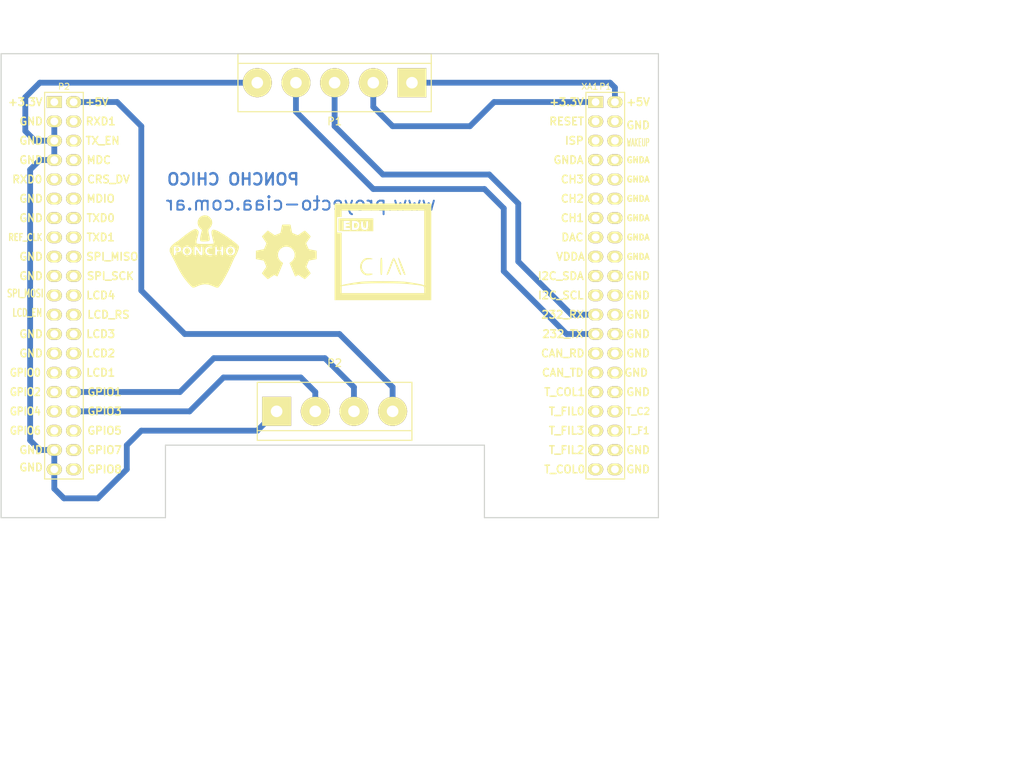
<source format=kicad_pcb>
(kicad_pcb (version 4) (host pcbnew "(2015-08-26 BZR 6128)-product")

  (general
    (links 13)
    (no_connects 0)
    (area 97.714999 67.234999 184.225001 128.345001)
    (thickness 1.6)
    (drawings 14)
    (tracks 61)
    (zones 0)
    (modules 6)
    (nets 9)
  )

  (page A4)
  (title_block
    (title "Poncho Chico - Modelo - Ejemplo - Template")
    (date 2015-10-02)
    (rev 1.0)
    (company "Proyecto CIAA - COMPUTADORA INDUSTRIAL ABIERTA ARGENTINA")
    (comment 1 "Autores: Ver '../doc/CAMBIOS.txt'   Licencia: Ver '../doc/LICENCIA.txt'")
    (comment 2 https://github.com/ciaa/Ponchos/tree/master/modelos/doc)
    (comment 3 "Autores y Licencia del template")
  )

  (layers
    (0 F.Cu signal)
    (31 B.Cu signal)
    (32 B.Adhes user)
    (33 F.Adhes user)
    (34 B.Paste user)
    (35 F.Paste user)
    (36 B.SilkS user)
    (37 F.SilkS user)
    (38 B.Mask user)
    (39 F.Mask user)
    (40 Dwgs.User user)
    (41 Cmts.User user)
    (42 Eco1.User user)
    (43 Eco2.User user)
    (44 Edge.Cuts user)
    (45 Margin user)
    (46 B.CrtYd user)
    (47 F.CrtYd user)
    (48 B.Fab user)
    (49 F.Fab user)
  )

  (setup
    (last_trace_width 0.381)
    (user_trace_width 0.508)
    (user_trace_width 0.635)
    (user_trace_width 0.762)
    (user_trace_width 1.016)
    (user_trace_width 1.27)
    (user_trace_width 1.524)
    (trace_clearance 0.508)
    (zone_clearance 0.508)
    (zone_45_only no)
    (trace_min 0.2)
    (segment_width 0.2)
    (edge_width 0.15)
    (via_size 0.6)
    (via_drill 0.4)
    (via_min_size 0.4)
    (via_min_drill 0.3)
    (uvia_size 0.3)
    (uvia_drill 0.1)
    (uvias_allowed no)
    (uvia_min_size 0)
    (uvia_min_drill 0)
    (pcb_text_width 0.3)
    (pcb_text_size 1.5 1.5)
    (mod_edge_width 0.15)
    (mod_text_size 0.000001 0.000001)
    (mod_text_width 0.15)
    (pad_size 1.4 1.4)
    (pad_drill 0.6)
    (pad_to_mask_clearance 0.2)
    (aux_axis_origin 0 0)
    (visible_elements 7FFEFF7F)
    (pcbplotparams
      (layerselection 0x00020_80000000)
      (usegerberextensions false)
      (excludeedgelayer false)
      (linewidth 0.100000)
      (plotframeref false)
      (viasonmask false)
      (mode 1)
      (useauxorigin false)
      (hpglpennumber 1)
      (hpglpenspeed 20)
      (hpglpendiameter 15)
      (hpglpenoverlay 2)
      (psnegative false)
      (psa4output false)
      (plotreference true)
      (plotvalue false)
      (plotinvisibletext false)
      (padsonsilk false)
      (subtractmaskfromsilk false)
      (outputformat 1)
      (mirror false)
      (drillshape 0)
      (scaleselection 1)
      (outputdirectory ""))
  )

  (net 0 "")
  (net 1 +3.3V)
  (net 2 "Net-(P1-Pad3)")
  (net 3 +5V)
  (net 4 "Net-(P1-Pad4)")
  (net 5 GND)
  (net 6 "Net-(P2-Pad2)")
  (net 7 "Net-(P2-Pad3)")
  (net 8 +5VP)

  (net_class Default "This is the default net class."
    (clearance 0.508)
    (trace_width 0.381)
    (via_dia 0.6)
    (via_drill 0.4)
    (uvia_dia 0.3)
    (uvia_drill 0.1)
    (add_net +3.3V)
    (add_net +5V)
    (add_net +5VP)
    (add_net GND)
    (add_net "Net-(P1-Pad3)")
    (add_net "Net-(P1-Pad4)")
    (add_net "Net-(P2-Pad2)")
    (add_net "Net-(P2-Pad3)")
  )

  (module Poncho_Modelos:bornier5 (layer F.Cu) (tedit 0) (tstamp 560EDCAD)
    (at 141.605 71.12 180)
    (descr "Bornier d'alimentation 4 pins")
    (tags DEV)
    (path /560ED139)
    (fp_text reference P1 (at 0 -5.08 180) (layer F.SilkS)
      (effects (font (size 1 1) (thickness 0.15)))
    )
    (fp_text value CONN_5 (at 0 5.08 180) (layer F.Fab)
      (effects (font (size 1 1) (thickness 0.15)))
    )
    (fp_line (start -12.7 3.81) (end 12.7 3.81) (layer F.SilkS) (width 0.15))
    (fp_line (start -12.7 2.54) (end 12.7 2.54) (layer F.SilkS) (width 0.15))
    (fp_line (start -12.7 -3.81) (end 12.7 -3.81) (layer F.SilkS) (width 0.15))
    (fp_line (start 12.7 -3.81) (end 12.7 3.81) (layer F.SilkS) (width 0.15))
    (fp_line (start -12.7 -3.81) (end -12.7 3.81) (layer F.SilkS) (width 0.15))
    (pad 2 thru_hole circle (at -5.08 0 180) (size 3.81 3.81) (drill 1.524) (layers *.Cu *.Mask F.SilkS)
      (net 1 +3.3V))
    (pad 3 thru_hole circle (at 0 0 180) (size 3.81 3.81) (drill 1.524) (layers *.Cu *.Mask F.SilkS)
      (net 2 "Net-(P1-Pad3)"))
    (pad 1 thru_hole rect (at -10.16 0 180) (size 3.81 3.81) (drill 1.524) (layers *.Cu *.Mask F.SilkS)
      (net 3 +5V))
    (pad 4 thru_hole circle (at 5.08 0 180) (size 3.81 3.81) (drill 1.524) (layers *.Cu *.Mask F.SilkS)
      (net 4 "Net-(P1-Pad4)"))
    (pad 5 thru_hole circle (at 10.16 0 180) (size 3.81 3.81) (drill 1.524) (layers *.Cu *.Mask F.SilkS)
      (net 5 GND))
    (model Connect.3dshapes/bornier5.wrl
      (at (xyz 0 0 0))
      (scale (xyz 1 1 1))
      (rotate (xyz 0 0 0))
    )
  )

  (module Poncho_Modelos:bornier4 (layer F.Cu) (tedit 0) (tstamp 560EDCBA)
    (at 141.605 114.3)
    (descr "Bornier d'alimentation 4 pins")
    (tags DEV)
    (path /560ED17A)
    (fp_text reference P2 (at 0 -6.35) (layer F.SilkS)
      (effects (font (size 1 1) (thickness 0.15)))
    )
    (fp_text value CONN_4 (at 0 5.08) (layer F.Fab)
      (effects (font (size 1 1) (thickness 0.15)))
    )
    (fp_line (start -10.16 -3.81) (end -10.16 3.81) (layer F.SilkS) (width 0.15))
    (fp_line (start 10.16 3.81) (end 10.16 -3.81) (layer F.SilkS) (width 0.15))
    (fp_line (start 10.16 2.54) (end -10.16 2.54) (layer F.SilkS) (width 0.15))
    (fp_line (start -10.16 -3.81) (end 10.16 -3.81) (layer F.SilkS) (width 0.15))
    (fp_line (start -10.16 3.81) (end 10.16 3.81) (layer F.SilkS) (width 0.15))
    (pad 2 thru_hole circle (at -2.54 0) (size 3.81 3.81) (drill 1.524) (layers *.Cu *.Mask F.SilkS)
      (net 6 "Net-(P2-Pad2)"))
    (pad 3 thru_hole circle (at 2.54 0) (size 3.81 3.81) (drill 1.524) (layers *.Cu *.Mask F.SilkS)
      (net 7 "Net-(P2-Pad3)"))
    (pad 1 thru_hole rect (at -7.62 0) (size 3.81 3.81) (drill 1.524) (layers *.Cu *.Mask F.SilkS)
      (net 5 GND))
    (pad 4 thru_hole circle (at 7.62 0) (size 3.81 3.81) (drill 1.524) (layers *.Cu *.Mask F.SilkS)
      (net 8 +5VP))
    (model Connect.3dshapes/bornier4.wrl
      (at (xyz 0 0 0))
      (scale (xyz 1 1 1))
      (rotate (xyz 0 0 0))
    )
  )

  (module Poncho_Esqueleto:Conn_Poncho_Chico (layer F.Cu) (tedit 560EB40B) (tstamp 560EDD6D)
    (at 175.895 73.66)
    (tags "CONN Poncho")
    (path /560E549A)
    (fp_text reference XA1 (at -0.762 -2.032) (layer F.SilkS)
      (effects (font (size 0.8 0.8) (thickness 0.12)))
    )
    (fp_text value Conn_PonchoMP_2x_20x2 (at -1.905 51.181) (layer F.SilkS) hide
      (effects (font (size 1.016 1.016) (thickness 0.2032)))
    )
    (fp_line (start -78.105 54.61) (end -78.105 -6.35) (layer Dwgs.User) (width 0.15))
    (fp_line (start 8.255 54.61) (end 8.255 -6.35) (layer Dwgs.User) (width 0.15))
    (fp_line (start 8.255 -6.35) (end -78.105 -6.35) (layer Dwgs.User) (width 0.15))
    (fp_line (start 8.255 54.61) (end -78.105 54.61) (layer Dwgs.User) (width 0.15))
    (fp_text user GPIO8 (at -64.516 48.26) (layer F.SilkS)
      (effects (font (size 1 1) (thickness 0.2)))
    )
    (fp_text user GPIO7 (at -64.516 45.72) (layer F.SilkS)
      (effects (font (size 1 1) (thickness 0.2)))
    )
    (fp_text user GPIO5 (at -64.516 43.18) (layer F.SilkS)
      (effects (font (size 1 1) (thickness 0.2)))
    )
    (fp_text user GPIO3 (at -64.516 40.64) (layer F.SilkS)
      (effects (font (size 1 1) (thickness 0.2)))
    )
    (fp_text user GPIO1 (at -64.516 38.1) (layer F.SilkS)
      (effects (font (size 1 1) (thickness 0.2)))
    )
    (fp_text user LCD1 (at -65.024 35.56) (layer F.SilkS)
      (effects (font (size 1 1) (thickness 0.2)))
    )
    (fp_text user LCD2 (at -65.024 33.02) (layer F.SilkS)
      (effects (font (size 1 1) (thickness 0.2)))
    )
    (fp_text user LCD3 (at -65.024 30.48) (layer F.SilkS)
      (effects (font (size 1 1) (thickness 0.2)))
    )
    (fp_text user LCD_RS (at -64.008 27.94) (layer F.SilkS)
      (effects (font (size 1 1) (thickness 0.2)))
    )
    (fp_text user LCD4 (at -65.024 25.4) (layer F.SilkS)
      (effects (font (size 1 1) (thickness 0.2)))
    )
    (fp_text user SPI_SCK (at -63.754 22.86) (layer F.SilkS)
      (effects (font (size 1 1) (thickness 0.2)))
    )
    (fp_text user SPI_MISO (at -63.5 20.32) (layer F.SilkS)
      (effects (font (size 1 1) (thickness 0.2)))
    )
    (fp_text user TXD1 (at -65.024 17.78) (layer F.SilkS)
      (effects (font (size 1 1) (thickness 0.2)))
    )
    (fp_text user TXD0 (at -65.024 15.24) (layer F.SilkS)
      (effects (font (size 1 1) (thickness 0.2)))
    )
    (fp_text user MDIO (at -65.024 12.7) (layer F.SilkS)
      (effects (font (size 1 1) (thickness 0.2)))
    )
    (fp_text user CRS_DV (at -64.008 10.16) (layer F.SilkS)
      (effects (font (size 1 1) (thickness 0.2)))
    )
    (fp_text user MDC (at -65.278 7.62) (layer F.SilkS)
      (effects (font (size 1 1) (thickness 0.2)))
    )
    (fp_text user TX_EN (at -64.77 5.08) (layer F.SilkS)
      (effects (font (size 1 1) (thickness 0.2)))
    )
    (fp_text user RXD1 (at -65.024 2.54) (layer F.SilkS)
      (effects (font (size 1 1) (thickness 0.2)))
    )
    (fp_text user +5V (at -65.532 0) (layer F.SilkS)
      (effects (font (size 1 1) (thickness 0.2)))
    )
    (fp_text user GND (at -74.168 48.006) (layer F.SilkS)
      (effects (font (size 1 1) (thickness 0.2)))
    )
    (fp_text user GND (at -74.168 45.72) (layer F.SilkS)
      (effects (font (size 1 1) (thickness 0.2)))
    )
    (fp_text user GPIO6 (at -74.93 43.18) (layer F.SilkS)
      (effects (font (size 1 0.9) (thickness 0.2)))
    )
    (fp_text user GPIO4 (at -74.93 40.64) (layer F.SilkS)
      (effects (font (size 1 0.9) (thickness 0.2)))
    )
    (fp_text user GPIO2 (at -74.93 38.1) (layer F.SilkS)
      (effects (font (size 1 0.9) (thickness 0.2)))
    )
    (fp_text user GPIO0 (at -74.93 35.56) (layer F.SilkS)
      (effects (font (size 1 0.9) (thickness 0.2)))
    )
    (fp_text user GND (at -74.168 33.02) (layer F.SilkS)
      (effects (font (size 1 1) (thickness 0.2)))
    )
    (fp_text user GND (at -74.168 30.48) (layer F.SilkS)
      (effects (font (size 1 1) (thickness 0.2)))
    )
    (fp_text user LCD_EN (at -74.676 27.686) (layer F.SilkS)
      (effects (font (size 1 0.7) (thickness 0.17)))
    )
    (fp_text user SPI_MOSI (at -74.93 25.146) (layer F.SilkS)
      (effects (font (size 1 0.7) (thickness 0.17)))
    )
    (fp_text user GND (at -74.168 22.86) (layer F.SilkS)
      (effects (font (size 1 1) (thickness 0.2)))
    )
    (fp_text user GND (at -74.168 20.32) (layer F.SilkS)
      (effects (font (size 1 1) (thickness 0.2)))
    )
    (fp_text user REF_CLK (at -74.93 17.78) (layer F.SilkS)
      (effects (font (size 0.9 0.7) (thickness 0.175)))
    )
    (fp_text user GND (at -74.168 15.24) (layer F.SilkS)
      (effects (font (size 1 1) (thickness 0.2)))
    )
    (fp_text user GND (at -74.168 12.7) (layer F.SilkS)
      (effects (font (size 1 1) (thickness 0.2)))
    )
    (fp_text user GND (at -74.168 7.62) (layer F.SilkS)
      (effects (font (size 1 1) (thickness 0.2)))
    )
    (fp_text user RXD0 (at -74.676 10.16) (layer F.SilkS)
      (effects (font (size 1 1) (thickness 0.2)))
    )
    (fp_text user GND (at -74.168 5.08) (layer F.SilkS)
      (effects (font (size 1 1) (thickness 0.2)))
    )
    (fp_text user GND (at -74.168 2.54) (layer F.SilkS)
      (effects (font (size 1 1) (thickness 0.2)))
    )
    (fp_text user +3.3V (at -74.93 0) (layer F.SilkS)
      (effects (font (size 1 1) (thickness 0.2)))
    )
    (fp_text user GND (at 5.588 48.26) (layer F.SilkS)
      (effects (font (size 1 1) (thickness 0.2)))
    )
    (fp_text user GND (at 5.588 45.72) (layer F.SilkS)
      (effects (font (size 1 1) (thickness 0.2)))
    )
    (fp_text user T_F1 (at 5.588 43.18) (layer F.SilkS)
      (effects (font (size 0.9 0.9) (thickness 0.18)))
    )
    (fp_text user T_C2 (at 5.588 40.64) (layer F.SilkS)
      (effects (font (size 0.9 0.9) (thickness 0.18)))
    )
    (fp_text user GND (at 5.588 38.1) (layer F.SilkS)
      (effects (font (size 1 1) (thickness 0.2)))
    )
    (fp_text user GND (at 5.334 35.56) (layer F.SilkS)
      (effects (font (size 1 1) (thickness 0.2)))
    )
    (fp_text user GND (at 5.588 33.02) (layer F.SilkS)
      (effects (font (size 1 1) (thickness 0.2)))
    )
    (fp_text user GND (at 5.588 30.48) (layer F.SilkS)
      (effects (font (size 1 1) (thickness 0.2)))
    )
    (fp_text user GND (at 5.588 27.94) (layer F.SilkS)
      (effects (font (size 1 1) (thickness 0.2)))
    )
    (fp_text user GND (at 5.588 25.4) (layer F.SilkS)
      (effects (font (size 1 1) (thickness 0.2)))
    )
    (fp_text user GND (at 5.588 22.86) (layer F.SilkS)
      (effects (font (size 1 1) (thickness 0.2)))
    )
    (fp_text user GNDA (at 5.588 20.32) (layer F.SilkS)
      (effects (font (size 0.76 0.76) (thickness 0.19)))
    )
    (fp_text user GNDA (at 5.588 17.78) (layer F.SilkS)
      (effects (font (size 0.76 0.76) (thickness 0.19)))
    )
    (fp_text user GNDA (at 5.588 15.24) (layer F.SilkS)
      (effects (font (size 0.76 0.76) (thickness 0.19)))
    )
    (fp_text user GNDA (at 5.588 12.7) (layer F.SilkS)
      (effects (font (size 0.76 0.76) (thickness 0.19)))
    )
    (fp_text user GNDA (at 5.588 10.16) (layer F.SilkS)
      (effects (font (size 0.76 0.76) (thickness 0.19)))
    )
    (fp_text user GNDA (at 5.588 7.62) (layer F.SilkS)
      (effects (font (size 0.76 0.76) (thickness 0.19)))
    )
    (fp_text user WAKEUP (at 5.588 5.334) (layer F.SilkS)
      (effects (font (size 1 0.5) (thickness 0.125)))
    )
    (fp_text user GND (at 5.588 3.048) (layer F.SilkS)
      (effects (font (size 1 1) (thickness 0.2)))
    )
    (fp_text user +5V (at 5.588 0) (layer F.SilkS)
      (effects (font (size 1 1) (thickness 0.2)))
    )
    (fp_text user T_COL0 (at -4.064 48.26) (layer F.SilkS)
      (effects (font (size 1 1) (thickness 0.2)))
    )
    (fp_text user T_FIL2 (at -3.81 45.72) (layer F.SilkS)
      (effects (font (size 1 1) (thickness 0.2)))
    )
    (fp_text user T_FIL3 (at -3.81 43.18) (layer F.SilkS)
      (effects (font (size 1 1) (thickness 0.2)))
    )
    (fp_text user T_FIL0 (at -3.81 40.64) (layer F.SilkS)
      (effects (font (size 1 1) (thickness 0.2)))
    )
    (fp_text user T_COL1 (at -4.064 38.1) (layer F.SilkS)
      (effects (font (size 1 1) (thickness 0.2)))
    )
    (fp_text user CAN_TD (at -4.318 35.56) (layer F.SilkS)
      (effects (font (size 1 1) (thickness 0.2)))
    )
    (fp_text user CAN_RD (at -4.318 33.02) (layer F.SilkS)
      (effects (font (size 1 1) (thickness 0.2)))
    )
    (fp_text user 232_TX (at -4.318 30.48) (layer F.SilkS)
      (effects (font (size 1 1) (thickness 0.2)))
    )
    (fp_text user 232_RX (at -4.318 27.94) (layer F.SilkS)
      (effects (font (size 1 1) (thickness 0.2)))
    )
    (fp_text user I2C_SCL (at -4.572 25.4) (layer F.SilkS)
      (effects (font (size 1 1) (thickness 0.2)))
    )
    (fp_text user I2C_SDA (at -4.572 22.86) (layer F.SilkS)
      (effects (font (size 1 1) (thickness 0.2)))
    )
    (fp_text user VDDA (at -3.302 20.32) (layer F.SilkS)
      (effects (font (size 1 1) (thickness 0.2)))
    )
    (fp_text user DAC (at -3.048 17.78) (layer F.SilkS)
      (effects (font (size 1 1) (thickness 0.2)))
    )
    (fp_text user CH1 (at -3.048 15.24) (layer F.SilkS)
      (effects (font (size 1 1) (thickness 0.2)))
    )
    (fp_text user CH2 (at -3.048 12.7) (layer F.SilkS)
      (effects (font (size 1 1) (thickness 0.2)))
    )
    (fp_text user CH3 (at -3.048 10.16) (layer F.SilkS)
      (effects (font (size 1 1) (thickness 0.2)))
    )
    (fp_text user GNDA (at -3.556 7.62) (layer F.SilkS)
      (effects (font (size 1 1) (thickness 0.2)))
    )
    (fp_text user ISP (at -2.794 5.08) (layer F.SilkS)
      (effects (font (size 1 1) (thickness 0.2)))
    )
    (fp_text user RESET (at -3.81 2.54) (layer F.SilkS)
      (effects (font (size 1 1) (thickness 0.2)))
    )
    (fp_text user P2 (at -69.85 -2.032) (layer F.SilkS)
      (effects (font (size 0.8 0.8) (thickness 0.12)))
    )
    (fp_text user P1 (at 1.27 -2.032) (layer F.SilkS)
      (effects (font (size 0.8 0.8) (thickness 0.12)))
    )
    (fp_text user +3.3V (at -3.81 0) (layer F.SilkS)
      (effects (font (size 1 1) (thickness 0.2)))
    )
    (fp_line (start -72.39 0) (end -72.39 -1.27) (layer F.SilkS) (width 0.15))
    (fp_line (start -72.39 -1.27) (end -67.31 -1.27) (layer F.SilkS) (width 0.15))
    (fp_line (start -67.31 -1.27) (end -67.31 49.53) (layer F.SilkS) (width 0.15))
    (fp_line (start -67.31 49.53) (end -72.39 49.53) (layer F.SilkS) (width 0.15))
    (fp_line (start -72.39 49.53) (end -72.39 0) (layer F.SilkS) (width 0.15))
    (fp_line (start -1.27 49.53) (end -1.27 -1.27) (layer F.SilkS) (width 0.15))
    (fp_line (start 3.81 49.53) (end 3.81 -1.27) (layer F.SilkS) (width 0.15))
    (fp_line (start 3.81 49.53) (end -1.27 49.53) (layer F.SilkS) (width 0.15))
    (fp_line (start 3.81 -1.27) (end -1.27 -1.27) (layer F.SilkS) (width 0.15))
    (pad 1 thru_hole rect (at 0 0 270) (size 1.524 2) (drill 1.016) (layers *.Cu *.Mask F.SilkS)
      (net 1 +3.3V))
    (pad 2 thru_hole oval (at 2.54 0 270) (size 1.524 2) (drill 1.016) (layers *.Cu *.Mask F.SilkS)
      (net 3 +5V))
    (pad 11 thru_hole oval (at 0 12.7 270) (size 1.524 2) (drill 1.016) (layers *.Cu *.Mask F.SilkS))
    (pad 4 thru_hole oval (at 2.54 2.54 270) (size 1.524 2) (drill 1.016) (layers *.Cu *.Mask F.SilkS))
    (pad 13 thru_hole oval (at 0 15.24 270) (size 1.524 2) (drill 1.016) (layers *.Cu *.Mask F.SilkS))
    (pad 6 thru_hole oval (at 2.54 5.08 270) (size 1.524 2) (drill 1.016) (layers *.Cu *.Mask F.SilkS))
    (pad 15 thru_hole oval (at 0 17.78 270) (size 1.524 2) (drill 1.016) (layers *.Cu *.Mask F.SilkS))
    (pad 8 thru_hole oval (at 2.54 7.62 270) (size 1.524 2) (drill 1.016) (layers *.Cu *.Mask F.SilkS))
    (pad 17 thru_hole oval (at 0 20.32 270) (size 1.524 2) (drill 1.016) (layers *.Cu *.Mask F.SilkS))
    (pad 10 thru_hole oval (at 2.54 10.16 270) (size 1.524 2) (drill 1.016) (layers *.Cu *.Mask F.SilkS))
    (pad 19 thru_hole oval (at 0 22.86 270) (size 1.524 2) (drill 1.016) (layers *.Cu *.Mask F.SilkS))
    (pad 12 thru_hole oval (at 2.54 12.7 270) (size 1.524 2) (drill 1.016) (layers *.Cu *.Mask F.SilkS))
    (pad 21 thru_hole oval (at 0 25.4 270) (size 1.524 2) (drill 1.016) (layers *.Cu *.Mask F.SilkS))
    (pad 14 thru_hole oval (at 2.54 15.24 270) (size 1.524 2) (drill 1.016) (layers *.Cu *.Mask F.SilkS))
    (pad 23 thru_hole oval (at 0 27.94 270) (size 1.524 2) (drill 1.016) (layers *.Cu *.Mask F.SilkS)
      (net 2 "Net-(P1-Pad3)"))
    (pad 16 thru_hole oval (at 2.54 17.78 270) (size 1.524 2) (drill 1.016) (layers *.Cu *.Mask F.SilkS))
    (pad 25 thru_hole oval (at 0 30.48 270) (size 1.524 2) (drill 1.016) (layers *.Cu *.Mask F.SilkS)
      (net 4 "Net-(P1-Pad4)"))
    (pad 18 thru_hole oval (at 2.54 20.32 270) (size 1.524 2) (drill 1.016) (layers *.Cu *.Mask F.SilkS))
    (pad 27 thru_hole oval (at 0 33.02 270) (size 1.524 2) (drill 1.016) (layers *.Cu *.Mask F.SilkS))
    (pad 20 thru_hole oval (at 2.54 22.86 270) (size 1.524 2) (drill 1.016) (layers *.Cu *.Mask F.SilkS))
    (pad 29 thru_hole oval (at 0 35.56 270) (size 1.524 2) (drill 1.016) (layers *.Cu *.Mask F.SilkS))
    (pad 22 thru_hole oval (at 2.54 25.4 270) (size 1.524 2) (drill 1.016) (layers *.Cu *.Mask F.SilkS))
    (pad 31 thru_hole oval (at 0 38.1 270) (size 1.524 2) (drill 1.016) (layers *.Cu *.Mask F.SilkS))
    (pad 24 thru_hole oval (at 2.54 27.94 270) (size 1.524 2) (drill 1.016) (layers *.Cu *.Mask F.SilkS))
    (pad 26 thru_hole oval (at 2.54 30.48 270) (size 1.524 2) (drill 1.016) (layers *.Cu *.Mask F.SilkS))
    (pad 33 thru_hole oval (at 0 40.64 270) (size 1.524 2) (drill 1.016) (layers *.Cu *.Mask F.SilkS))
    (pad 28 thru_hole oval (at 2.54 33.02 270) (size 1.524 2) (drill 1.016) (layers *.Cu *.Mask F.SilkS))
    (pad 32 thru_hole oval (at 2.54 38.1 270) (size 1.524 2) (drill 1.016) (layers *.Cu *.Mask F.SilkS))
    (pad 34 thru_hole oval (at 2.54 40.64 270) (size 1.524 2) (drill 1.016) (layers *.Cu *.Mask F.SilkS))
    (pad 36 thru_hole oval (at 2.54 43.18 270) (size 1.524 2) (drill 1.016) (layers *.Cu *.Mask F.SilkS))
    (pad 38 thru_hole oval (at 2.54 45.72 270) (size 1.524 2) (drill 1.016) (layers *.Cu *.Mask F.SilkS))
    (pad 35 thru_hole oval (at 0 43.18 270) (size 1.524 2) (drill 1.016) (layers *.Cu *.Mask F.SilkS))
    (pad 37 thru_hole oval (at 0 45.72 270) (size 1.524 2) (drill 1.016) (layers *.Cu *.Mask F.SilkS))
    (pad 3 thru_hole oval (at 0 2.54 270) (size 1.524 2) (drill 1.016) (layers *.Cu *.Mask F.SilkS))
    (pad 5 thru_hole oval (at 0 5.08 270) (size 1.524 2) (drill 1.016) (layers *.Cu *.Mask F.SilkS))
    (pad 7 thru_hole oval (at 0 7.62 270) (size 1.524 2) (drill 1.016) (layers *.Cu *.Mask F.SilkS))
    (pad 9 thru_hole oval (at 0 10.16 270) (size 1.524 2) (drill 1.016) (layers *.Cu *.Mask F.SilkS))
    (pad 39 thru_hole oval (at 0 48.26 270) (size 1.524 2) (drill 1.016) (layers *.Cu *.Mask F.SilkS))
    (pad 40 thru_hole oval (at 2.54 48.26 270) (size 1.524 2) (drill 1.016) (layers *.Cu *.Mask F.SilkS))
    (pad 30 thru_hole oval (at 2.54 35.56 270) (size 1.524 2) (drill 1.016) (layers *.Cu *.Mask F.SilkS))
    (pad 41 thru_hole rect (at -71.12 0 270) (size 1.524 2) (drill 1.016) (layers *.Cu *.Mask F.SilkS))
    (pad 42 thru_hole oval (at -68.58 0 270) (size 1.524 2) (drill 1.016) (layers *.Cu *.Mask F.SilkS)
      (net 8 +5VP))
    (pad 43 thru_hole oval (at -71.12 2.54 270) (size 1.524 2) (drill 1.016) (layers *.Cu *.Mask F.SilkS)
      (net 5 GND))
    (pad 44 thru_hole oval (at -68.58 2.54 270) (size 1.524 2) (drill 1.016) (layers *.Cu *.Mask F.SilkS))
    (pad 45 thru_hole oval (at -71.12 5.08 270) (size 1.524 2) (drill 1.016) (layers *.Cu *.Mask F.SilkS)
      (net 5 GND))
    (pad 46 thru_hole oval (at -68.58 5.08 270) (size 1.524 2) (drill 1.016) (layers *.Cu *.Mask F.SilkS))
    (pad 47 thru_hole oval (at -71.12 7.62 270) (size 1.524 2) (drill 1.016) (layers *.Cu *.Mask F.SilkS)
      (net 5 GND))
    (pad 48 thru_hole oval (at -68.58 7.62 270) (size 1.524 2) (drill 1.016) (layers *.Cu *.Mask F.SilkS))
    (pad 49 thru_hole oval (at -71.12 10.16 270) (size 1.524 2) (drill 1.016) (layers *.Cu *.Mask F.SilkS))
    (pad 50 thru_hole oval (at -68.58 10.16 270) (size 1.524 2) (drill 1.016) (layers *.Cu *.Mask F.SilkS))
    (pad 51 thru_hole oval (at -71.12 12.7 270) (size 1.524 2) (drill 1.016) (layers *.Cu *.Mask F.SilkS))
    (pad 52 thru_hole oval (at -68.58 12.7 270) (size 1.524 2) (drill 1.016) (layers *.Cu *.Mask F.SilkS))
    (pad 53 thru_hole oval (at -71.12 15.24 270) (size 1.524 2) (drill 1.016) (layers *.Cu *.Mask F.SilkS))
    (pad 54 thru_hole oval (at -68.58 15.24 270) (size 1.524 2) (drill 1.016) (layers *.Cu *.Mask F.SilkS))
    (pad 55 thru_hole oval (at -71.12 17.78 270) (size 1.524 2) (drill 1.016) (layers *.Cu *.Mask F.SilkS))
    (pad 56 thru_hole oval (at -68.58 17.78 270) (size 1.524 2) (drill 1.016) (layers *.Cu *.Mask F.SilkS))
    (pad 57 thru_hole oval (at -71.12 20.32 270) (size 1.524 2) (drill 1.016) (layers *.Cu *.Mask F.SilkS))
    (pad 58 thru_hole oval (at -68.58 20.32 270) (size 1.524 2) (drill 1.016) (layers *.Cu *.Mask F.SilkS))
    (pad 59 thru_hole oval (at -71.12 22.86 270) (size 1.524 2) (drill 1.016) (layers *.Cu *.Mask F.SilkS))
    (pad 60 thru_hole oval (at -68.58 22.86 270) (size 1.524 2) (drill 1.016) (layers *.Cu *.Mask F.SilkS))
    (pad 61 thru_hole oval (at -71.12 25.4 270) (size 1.524 2) (drill 1.016) (layers *.Cu *.Mask F.SilkS))
    (pad 62 thru_hole oval (at -68.58 25.4 270) (size 1.524 2) (drill 1.016) (layers *.Cu *.Mask F.SilkS))
    (pad 63 thru_hole oval (at -71.12 27.94 270) (size 1.524 2) (drill 1.016) (layers *.Cu *.Mask F.SilkS))
    (pad 64 thru_hole oval (at -68.58 27.94 270) (size 1.524 2) (drill 1.016) (layers *.Cu *.Mask F.SilkS))
    (pad 65 thru_hole oval (at -71.12 30.48 270) (size 1.524 2) (drill 1.016) (layers *.Cu *.Mask F.SilkS))
    (pad 66 thru_hole oval (at -68.58 30.48 270) (size 1.524 2) (drill 1.016) (layers *.Cu *.Mask F.SilkS))
    (pad 67 thru_hole oval (at -71.12 33.02 270) (size 1.524 2) (drill 1.016) (layers *.Cu *.Mask F.SilkS))
    (pad 68 thru_hole oval (at -68.58 33.02 270) (size 1.524 2) (drill 1.016) (layers *.Cu *.Mask F.SilkS))
    (pad 69 thru_hole oval (at -71.12 35.56 270) (size 1.524 2) (drill 1.016) (layers *.Cu *.Mask F.SilkS))
    (pad 70 thru_hole oval (at -68.58 35.56 270) (size 1.524 2) (drill 1.016) (layers *.Cu *.Mask F.SilkS))
    (pad 71 thru_hole oval (at -71.12 38.1 270) (size 1.524 2) (drill 1.016) (layers *.Cu *.Mask F.SilkS))
    (pad 72 thru_hole oval (at -68.58 38.1 270) (size 1.524 2) (drill 1.016) (layers *.Cu *.Mask F.SilkS)
      (net 7 "Net-(P2-Pad3)"))
    (pad 73 thru_hole oval (at -71.12 40.64 270) (size 1.524 2) (drill 1.016) (layers *.Cu *.Mask F.SilkS))
    (pad 74 thru_hole oval (at -68.58 40.64 270) (size 1.524 2) (drill 1.016) (layers *.Cu *.Mask F.SilkS)
      (net 6 "Net-(P2-Pad2)"))
    (pad 75 thru_hole oval (at -71.12 43.18 270) (size 1.524 2) (drill 1.016) (layers *.Cu *.Mask F.SilkS))
    (pad 76 thru_hole oval (at -68.58 43.18 270) (size 1.524 2) (drill 1.016) (layers *.Cu *.Mask F.SilkS))
    (pad 77 thru_hole oval (at -71.12 45.72 270) (size 1.524 2) (drill 1.016) (layers *.Cu *.Mask F.SilkS)
      (net 5 GND))
    (pad 78 thru_hole oval (at -68.58 45.72 270) (size 1.524 2) (drill 1.016) (layers *.Cu *.Mask F.SilkS))
    (pad 79 thru_hole oval (at -71.12 48.26 270) (size 1.524 2) (drill 1.016) (layers *.Cu *.Mask F.SilkS)
      (net 5 GND))
    (pad 80 thru_hole oval (at -68.58 48.26 270) (size 1.524 2) (drill 1.016) (layers *.Cu *.Mask F.SilkS))
  )

  (module Poncho_Esqueleto:Logo_EDU-CIAA (layer F.Cu) (tedit 560D8BDB) (tstamp 560EE0E7)
    (at 147.955 93.345)
    (fp_text reference G*** (at 0 7.112) (layer F.SilkS) hide
      (effects (font (thickness 0.3048)))
    )
    (fp_text value Logo_EDU-CIAA (at 0.06 -7.8) (layer F.SilkS) hide
      (effects (font (thickness 0.3048)))
    )
    (fp_poly (pts (xy 6.35 6.35) (xy 5.42036 6.35) (xy 5.42036 4.8006) (xy 5.41782 4.7371)
      (xy 5.41782 4.39674) (xy 5.41782 -0.51054) (xy 5.41782 -5.42036) (xy 0 -5.42036)
      (xy -5.42036 -5.42036) (xy -5.42036 -4.99618) (xy -5.42036 -4.572) (xy -5.715 -4.572)
      (xy -6.01218 -4.572) (xy -6.01218 -3.556) (xy -6.01218 -2.54) (xy -5.715 -2.54)
      (xy -5.42036 -2.54) (xy -5.42036 0.9271) (xy -5.42036 4.39674) (xy -5.21462 4.318)
      (xy -5.05968 4.27736) (xy -4.77266 4.21894) (xy -4.39166 4.14782) (xy -3.95224 4.07162)
      (xy -3.7973 4.04622) (xy -3.42392 3.9878) (xy -3.08102 3.94462) (xy -2.74066 3.90906)
      (xy -2.3749 3.88366) (xy -1.9558 3.86842) (xy -1.45542 3.85826) (xy -0.84582 3.85318)
      (xy -0.09652 3.85064) (xy 0 3.85064) (xy 0.76454 3.85318) (xy 1.38938 3.85826)
      (xy 1.90246 3.86588) (xy 2.32918 3.88366) (xy 2.70002 3.90652) (xy 3.04038 3.93954)
      (xy 3.38074 3.98272) (xy 3.74904 4.0386) (xy 3.79476 4.04622) (xy 4.24434 4.12242)
      (xy 4.65074 4.19608) (xy 4.97332 4.25958) (xy 5.17652 4.30784) (xy 5.21208 4.318)
      (xy 5.41782 4.39674) (xy 5.41782 4.7371) (xy 5.41528 4.67614) (xy 5.38226 4.5847)
      (xy 5.29844 4.51612) (xy 5.14604 4.46278) (xy 4.90474 4.41706) (xy 4.55168 4.37134)
      (xy 4.06654 4.31546) (xy 3.59664 4.26466) (xy 2.9464 4.2037) (xy 2.20218 4.16052)
      (xy 1.3462 4.13258) (xy 0.35052 4.12242) (xy 0 4.11988) (xy -0.89154 4.12496)
      (xy -1.65608 4.13766) (xy -2.33426 4.1656) (xy -2.96672 4.20624) (xy -3.59664 4.2672)
      (xy -4.26466 4.34594) (xy -4.7625 4.41452) (xy -5.42036 4.50596) (xy -5.42036 4.96062)
      (xy -5.42036 5.41782) (xy 0 5.41782) (xy 5.41782 5.41782) (xy 5.41782 4.96062)
      (xy 5.42036 4.8006) (xy 5.42036 6.35) (xy 0 6.35) (xy -6.35 6.35)
      (xy -6.35 0) (xy -6.35 -6.35) (xy 0 -6.35) (xy 6.35 -6.35)
      (xy 6.35 0) (xy 6.35 6.35) (xy 6.35 6.35)) (layer F.SilkS) (width 0.00254))
    (fp_poly (pts (xy -1.36398 2.94894) (xy -1.41986 2.99212) (xy -1.58242 3.04292) (xy -1.83134 3.07848)
      (xy -2.08534 3.08864) (xy -2.24028 3.0734) (xy -2.59334 2.89814) (xy -2.84734 2.5908)
      (xy -2.921 2.43586) (xy -3.01752 1.98628) (xy -2.94894 1.55956) (xy -2.71526 1.16586)
      (xy -2.667 1.11252) (xy -2.49174 0.93726) (xy -2.33426 0.84582) (xy -2.12344 0.81026)
      (xy -1.90246 0.80518) (xy -1.57988 0.82296) (xy -1.40462 0.8763) (xy -1.37922 0.90932)
      (xy -1.40208 0.97028) (xy -1.55194 0.98298) (xy -1.70942 0.96774) (xy -2.08788 0.9906)
      (xy -2.39776 1.143) (xy -2.6289 1.39192) (xy -2.75844 1.70434) (xy -2.77876 2.04978)
      (xy -2.67462 2.39522) (xy -2.4765 2.66446) (xy -2.31902 2.80162) (xy -2.159 2.86258)
      (xy -1.9304 2.86766) (xy -1.80086 2.8575) (xy -1.51892 2.84988) (xy -1.36906 2.8829)
      (xy -1.36398 2.94894) (xy -1.36398 2.94894)) (layer F.SilkS) (width 0.00254))
    (fp_poly (pts (xy -0.08636 1.905) (xy -0.0889 2.37236) (xy -0.09906 2.69494) (xy -0.11938 2.90068)
      (xy -0.14986 3.00736) (xy -0.19812 3.04546) (xy -0.21336 3.048) (xy -0.26416 3.0226)
      (xy -0.29972 2.9337) (xy -0.32258 2.7559) (xy -0.33528 2.4638) (xy -0.34036 2.032)
      (xy -0.34036 1.905) (xy -0.33782 1.4351) (xy -0.32766 1.11252) (xy -0.30734 0.90678)
      (xy -0.27432 0.8001) (xy -0.22606 0.762) (xy -0.21336 0.762) (xy -0.16002 0.78486)
      (xy -0.12446 0.87376) (xy -0.1016 1.05156) (xy -0.09144 1.34366) (xy -0.08636 1.77546)
      (xy -0.08636 1.905) (xy -0.08636 1.905)) (layer F.SilkS) (width 0.00254))
    (fp_poly (pts (xy 2.40284 3.0353) (xy 2.30378 3.05308) (xy 2.17678 2.90322) (xy 2.02184 2.59334)
      (xy 1.83642 2.1209) (xy 1.80848 2.03708) (xy 1.6764 1.67132) (xy 1.5621 1.3716)
      (xy 1.47828 1.17094) (xy 1.43764 1.09982) (xy 1.39446 1.17602) (xy 1.3081 1.37922)
      (xy 1.19126 1.68148) (xy 1.05664 2.04978) (xy 1.05664 2.05232) (xy 0.87884 2.52222)
      (xy 0.7366 2.83464) (xy 0.62484 2.99974) (xy 0.57404 3.03022) (xy 0.50546 3.02514)
      (xy 0.49276 2.9591) (xy 0.53848 2.79654) (xy 0.64516 2.52222) (xy 0.78994 2.15646)
      (xy 0.9525 1.7272) (xy 1.08458 1.3716) (xy 1.2319 1.016) (xy 1.35128 0.82296)
      (xy 1.4351 0.77978) (xy 1.4986 0.86106) (xy 1.60782 1.06172) (xy 1.74752 1.35382)
      (xy 1.90246 1.69926) (xy 2.05994 2.06502) (xy 2.20472 2.41554) (xy 2.31902 2.71526)
      (xy 2.39014 2.9337) (xy 2.40284 3.0353) (xy 2.40284 3.0353)) (layer F.SilkS) (width 0.00254))
    (fp_poly (pts (xy 2.96164 2.98704) (xy 2.8956 3.04292) (xy 2.85242 3.048) (xy 2.78384 2.9718)
      (xy 2.67208 2.75844) (xy 2.52984 2.43586) (xy 2.36982 2.02946) (xy 2.3368 1.94056)
      (xy 2.15138 1.41478) (xy 2.03708 1.0414) (xy 1.99136 0.81788) (xy 2.01676 0.74422)
      (xy 2.10566 0.80772) (xy 2.159 0.91186) (xy 2.25552 1.13284) (xy 2.38252 1.44272)
      (xy 2.52476 1.79578) (xy 2.66954 2.16154) (xy 2.79654 2.49936) (xy 2.89814 2.77622)
      (xy 2.95402 2.94894) (xy 2.96164 2.98704) (xy 2.96164 2.98704)) (layer F.SilkS) (width 0.00254))
    (fp_poly (pts (xy -1.27 -2.71018) (xy -1.94818 -2.71018) (xy -1.94818 -3.57378) (xy -1.95834 -3.86334)
      (xy -1.99644 -4.01574) (xy -2.06756 -4.064) (xy -2.07518 -4.064) (xy -2.15138 -4.02336)
      (xy -2.19202 -3.87858) (xy -2.20218 -3.59664) (xy -2.20218 -3.5941) (xy -2.20726 -3.32486)
      (xy -2.2352 -3.1877) (xy -2.2987 -3.14452) (xy -2.39268 -3.1496) (xy -2.50698 -3.1877)
      (xy -2.57048 -3.2893) (xy -2.60096 -3.49758) (xy -2.60858 -3.6195) (xy -2.6416 -3.90398)
      (xy -2.70002 -4.04114) (xy -2.75844 -4.064) (xy -2.82956 -3.99034) (xy -2.8702 -3.80238)
      (xy -2.8829 -3.55092) (xy -2.86258 -3.29438) (xy -2.80924 -3.08102) (xy -2.79146 -3.04292)
      (xy -2.64668 -2.92608) (xy -2.41808 -2.87782) (xy -2.18694 -2.90576) (xy -2.04978 -2.98196)
      (xy -1.9939 -3.11658) (xy -1.95834 -3.36042) (xy -1.94818 -3.57378) (xy -1.94818 -2.71018)
      (xy -3.0861 -2.71018) (xy -3.0861 -3.42138) (xy -3.09372 -3.64744) (xy -3.20548 -3.88874)
      (xy -3.429 -4.0259) (xy -3.76428 -4.064) (xy -4.064 -4.064) (xy -4.064 -3.47218)
      (xy -4.064 -2.88036) (xy -3.7465 -2.88036) (xy -3.51536 -2.89814) (xy -3.3528 -2.93624)
      (xy -3.33756 -2.94386) (xy -3.17246 -3.14198) (xy -3.0861 -3.42138) (xy -3.0861 -2.71018)
      (xy -3.556 -2.71018) (xy -4.23418 -2.71018) (xy -4.23418 -3.00736) (xy -4.29006 -3.09626)
      (xy -4.47548 -3.13182) (xy -4.572 -3.13436) (xy -4.80822 -3.15468) (xy -4.90474 -3.22326)
      (xy -4.91236 -3.26136) (xy -4.84886 -3.35534) (xy -4.64312 -3.38836) (xy -4.61518 -3.38836)
      (xy -4.39674 -3.4163) (xy -4.32054 -3.50266) (xy -4.318 -3.51536) (xy -4.38404 -3.60934)
      (xy -4.58978 -3.64236) (xy -4.61518 -3.64236) (xy -4.81076 -3.66268) (xy -4.90982 -3.71602)
      (xy -4.91236 -3.72618) (xy -4.8387 -3.78206) (xy -4.65328 -3.81) (xy -4.61518 -3.81)
      (xy -4.39674 -3.83794) (xy -4.32054 -3.92684) (xy -4.318 -3.937) (xy -4.36372 -4.01828)
      (xy -4.5212 -4.05638) (xy -4.74218 -4.064) (xy -5.16636 -4.064) (xy -5.16636 -3.47218)
      (xy -5.16636 -2.88036) (xy -4.699 -2.88036) (xy -4.4196 -2.89052) (xy -4.27482 -2.93116)
      (xy -4.23418 -3.00736) (xy -4.23418 -2.71018) (xy -5.842 -2.71018) (xy -5.842 -3.556)
      (xy -5.842 -4.40436) (xy -3.556 -4.40436) (xy -1.27 -4.40436) (xy -1.27 -3.556)
      (xy -1.27 -2.71018) (xy -1.27 -2.71018)) (layer F.SilkS) (width 0.00254))
    (fp_poly (pts (xy -3.33756 -3.59918) (xy -3.34264 -3.35788) (xy -3.46964 -3.1877) (xy -3.65252 -3.13436)
      (xy -3.75666 -3.16738) (xy -3.80238 -3.29184) (xy -3.81 -3.47218) (xy -3.79984 -3.69062)
      (xy -3.74396 -3.78714) (xy -3.61696 -3.81) (xy -3.60172 -3.81) (xy -3.42138 -3.7592)
      (xy -3.33756 -3.59918) (xy -3.33756 -3.59918)) (layer F.SilkS) (width 0.00254))
  )

  (module Poncho_Esqueleto:Logo_Poncho (layer F.Cu) (tedit 560DAFF4) (tstamp 560EEA4B)
    (at 124.46 93.345)
    (fp_text reference G*** (at 0.127 5.588) (layer F.SilkS) hide
      (effects (font (thickness 0.3)))
    )
    (fp_text value LOGO (at 0.762 7.493) (layer F.SilkS) hide
      (effects (font (thickness 0.3)))
    )
    (fp_poly (pts (xy 4.535714 -0.627021) (xy 4.498746 -0.420109) (xy 4.405012 -0.1352) (xy 4.280272 0.162897)
      (xy 4.150281 0.409374) (xy 4.123376 0.447413) (xy 4.123376 -0.123701) (xy 4.058326 -0.436938)
      (xy 3.869112 -0.644378) (xy 3.564639 -0.737671) (xy 3.463636 -0.742208) (xy 3.129516 -0.681223)
      (xy 2.908248 -0.503835) (xy 2.808734 -0.218392) (xy 2.803896 -0.123701) (xy 2.868946 0.189536)
      (xy 3.058159 0.396975) (xy 3.362633 0.490269) (xy 3.463636 0.494805) (xy 3.797606 0.436492)
      (xy 3.958441 0.32987) (xy 4.092315 0.09203) (xy 4.123376 -0.123701) (xy 4.123376 0.447413)
      (xy 4.089856 0.494805) (xy 4.013749 0.621925) (xy 3.89522 0.861365) (xy 3.753792 1.172585)
      (xy 3.672876 1.360714) (xy 3.421635 1.929272) (xy 3.149718 2.496808) (xy 2.869494 3.041693)
      (xy 2.593334 3.542296) (xy 2.556493 3.603955) (xy 2.556493 -0.123701) (xy 2.552598 -0.439936)
      (xy 2.534834 -0.625484) (xy 2.494089 -0.714524) (xy 2.421247 -0.741238) (xy 2.391558 -0.742208)
      (xy 2.270831 -0.703329) (xy 2.228325 -0.558669) (xy 2.226623 -0.494805) (xy 2.206189 -0.31957)
      (xy 2.109798 -0.254982) (xy 1.97922 -0.247402) (xy 1.803985 -0.267837) (xy 1.739397 -0.364227)
      (xy 1.731818 -0.494805) (xy 1.705898 -0.675896) (xy 1.609459 -0.739655) (xy 1.566883 -0.742208)
      (xy 1.482553 -0.727599) (xy 1.433074 -0.660988) (xy 1.40933 -0.508193) (xy 1.402206 -0.235036)
      (xy 1.401948 -0.123701) (xy 1.405843 0.192533) (xy 1.423606 0.378081) (xy 1.464351 0.467122)
      (xy 1.537193 0.493835) (xy 1.566883 0.494805) (xy 1.680559 0.462518) (xy 1.726426 0.336472)
      (xy 1.731818 0.206169) (xy 1.745609 0.012245) (xy 1.815564 -0.067294) (xy 1.97922 -0.082467)
      (xy 2.145441 -0.066377) (xy 2.213617 0.015237) (xy 2.226623 0.206169) (xy 2.245073 0.405103)
      (xy 2.317099 0.48537) (xy 2.391558 0.494805) (xy 2.475887 0.480197) (xy 2.525367 0.413586)
      (xy 2.549111 0.260791) (xy 2.556234 -0.012366) (xy 2.556493 -0.123701) (xy 2.556493 3.603955)
      (xy 2.33361 3.976986) (xy 2.102692 4.324132) (xy 1.912952 4.562103) (xy 1.781691 4.667512)
      (xy 1.660102 4.654002) (xy 1.438445 4.580892) (xy 1.163465 4.463746) (xy 1.154545 4.459546)
      (xy 1.154545 0.36149) (xy 1.110706 0.268405) (xy 0.956623 0.266159) (xy 0.938776 0.269422)
      (xy 0.717011 0.243945) (xy 0.523128 0.11531) (xy 0.417755 -0.07121) (xy 0.412337 -0.123701)
      (xy 0.484303 -0.318602) (xy 0.658393 -0.472009) (xy 0.871896 -0.536691) (xy 0.949632 -0.528355)
      (xy 1.105982 -0.515384) (xy 1.154279 -0.597467) (xy 1.154545 -0.609566) (xy 1.114247 -0.69528)
      (xy 0.970303 -0.735064) (xy 0.783441 -0.742208) (xy 0.429195 -0.687347) (xy 0.198088 -0.523118)
      (xy 0.090717 -0.250044) (xy 0.082467 -0.123701) (xy 0.144642 0.188869) (xy 0.330769 0.392787)
      (xy 0.640252 0.487526) (xy 0.783441 0.494805) (xy 1.022962 0.480515) (xy 1.134243 0.429291)
      (xy 1.154545 0.36149) (xy 1.154545 4.459546) (xy 1.148315 4.456614) (xy 0.592041 4.256938)
      (xy 0.061238 4.207886) (xy -0.164935 4.249843) (xy -0.164935 -0.123701) (xy -0.168831 -0.439936)
      (xy -0.186594 -0.625484) (xy -0.227339 -0.714524) (xy -0.300181 -0.741238) (xy -0.329871 -0.742208)
      (xy -0.435349 -0.716231) (xy -0.483875 -0.609894) (xy -0.495586 -0.391721) (xy -0.496366 -0.041234)
      (xy -0.706429 -0.391721) (xy -0.874005 -0.625569) (xy -1.029731 -0.729733) (xy -1.117986 -0.742208)
      (xy -1.220495 -0.733937) (xy -1.280586 -0.685976) (xy -1.309571 -0.563603) (xy -1.318762 -0.332094)
      (xy -1.319481 -0.123701) (xy -1.315585 0.192533) (xy -1.297822 0.378081) (xy -1.257077 0.467122)
      (xy -1.184235 0.493835) (xy -1.154546 0.494805) (xy -1.049068 0.468829) (xy -1.000541 0.362492)
      (xy -0.988831 0.144318) (xy -0.98805 -0.206169) (xy -0.777988 0.144318) (xy -0.610412 0.378167)
      (xy -0.454685 0.48233) (xy -0.36643 0.494805) (xy -0.263922 0.486535) (xy -0.203831 0.438574)
      (xy -0.174846 0.3162) (xy -0.165655 0.084692) (xy -0.164935 -0.123701) (xy -0.164935 4.249843)
      (xy -0.48241 4.308738) (xy -0.783442 4.420415) (xy -1.059466 4.535832) (xy -1.285963 4.626797)
      (xy -1.401948 4.669513) (xy -1.518876 4.625399) (xy -1.566884 4.584033) (xy -1.566884 -0.123701)
      (xy -1.631934 -0.436938) (xy -1.821147 -0.644378) (xy -2.12562 -0.737671) (xy -2.226624 -0.742208)
      (xy -2.560743 -0.681223) (xy -2.782012 -0.503835) (xy -2.881525 -0.218392) (xy -2.886364 -0.123701)
      (xy -2.821314 0.189536) (xy -2.6321 0.396975) (xy -2.327627 0.490269) (xy -2.226624 0.494805)
      (xy -1.892653 0.436492) (xy -1.731819 0.32987) (xy -1.597945 0.09203) (xy -1.566884 -0.123701)
      (xy -1.566884 4.584033) (xy -1.717176 4.454536) (xy -1.98582 4.166799) (xy -2.061689 4.078924)
      (xy -2.369861 3.70727) (xy -2.632201 3.363429) (xy -2.870341 3.013116) (xy -2.968832 2.849614)
      (xy -2.968832 -0.32987) (xy -3.007485 -0.54598) (xy -3.140146 -0.67528) (xy -3.391869 -0.734039)
      (xy -3.603832 -0.742208) (xy -4.04091 -0.742208) (xy -4.04091 -0.123701) (xy -4.037014 0.192533)
      (xy -4.019251 0.378081) (xy -3.978506 0.467122) (xy -3.905664 0.493835) (xy -3.875974 0.494805)
      (xy -3.746639 0.446485) (xy -3.711039 0.288637) (xy -3.687673 0.146227) (xy -3.584731 0.090232)
      (xy -3.438897 0.082468) (xy -3.16065 0.034793) (xy -3.008068 -0.114765) (xy -2.968832 -0.32987)
      (xy -2.968832 2.849614) (xy -3.105916 2.622046) (xy -3.360558 2.155935) (xy -3.6559 1.580499)
      (xy -3.724805 1.443182) (xy -3.927446 1.040996) (xy -4.107468 0.68891) (xy -4.250627 0.414385)
      (xy -4.342678 0.24488) (xy -4.366512 0.206169) (xy -4.479713 -0.061738) (xy -4.470402 -0.368299)
      (xy -4.39208 -0.562072) (xy -4.211754 -0.794239) (xy -3.970771 -1.027175) (xy -3.729883 -1.205582)
      (xy -3.628572 -1.257014) (xy -3.515586 -1.328258) (xy -3.31072 -1.481511) (xy -3.047204 -1.691308)
      (xy -2.861153 -1.845142) (xy -2.478394 -2.151727) (xy -2.09396 -2.434151) (xy -1.735885 -2.674156)
      (xy -1.432202 -2.853482) (xy -1.210945 -2.953871) (xy -1.135923 -2.968831) (xy -0.992755 -2.911987)
      (xy -0.868796 -2.807085) (xy -0.798823 -2.718089) (xy -0.768465 -2.621372) (xy -0.779148 -2.476306)
      (xy -0.832302 -2.242261) (xy -0.897248 -1.997411) (xy -1.002077 -1.614541) (xy -1.0637 -1.342913)
      (xy -1.062894 -1.163551) (xy -0.980436 -1.05748) (xy -0.797105 -1.005726) (xy -0.493678 -0.989314)
      (xy -0.050932 -0.989267) (xy 0.123701 -0.98961) (xy 0.616616 -0.993152) (xy 0.963601 -1.004879)
      (xy 1.183529 -1.026446) (xy 1.295275 -1.059505) (xy 1.31948 -1.094352) (xy 1.298521 -1.22034)
      (xy 1.243133 -1.457326) (xy 1.164548 -1.757819) (xy 1.150407 -1.809213) (xy 1.043088 -2.255847)
      (xy 1.008894 -2.569631) (xy 1.048676 -2.765972) (xy 1.163285 -2.860279) (xy 1.208992 -2.870512)
      (xy 1.420553 -2.83991) (xy 1.739874 -2.711189) (xy 2.149801 -2.493929) (xy 2.633175 -2.197713)
      (xy 3.172841 -1.832122) (xy 3.525487 -1.576813) (xy 3.929546 -1.272303) (xy 4.214754 -1.04349)
      (xy 4.398878 -0.873667) (xy 4.499689 -0.746128) (xy 4.534955 -0.644167) (xy 4.535714 -0.627021)
      (xy 4.535714 -0.627021)) (layer F.SilkS) (width 0.1))
    (fp_poly (pts (xy 1.023542 -3.736319) (xy 0.895402 -3.389445) (xy 0.679417 -3.11223) (xy 0.563302 -2.982356)
      (xy 0.508034 -2.869698) (xy 0.506066 -2.720981) (xy 0.549854 -2.48293) (xy 0.574294 -2.370022)
      (xy 0.658312 -1.973188) (xy 0.69611 -1.709422) (xy 0.675383 -1.550382) (xy 0.583822 -1.467723)
      (xy 0.409122 -1.433104) (xy 0.16144 -1.419187) (xy -0.12355 -1.415195) (xy -0.339882 -1.428263)
      (xy -0.43645 -1.453549) (xy -0.490308 -1.618268) (xy -0.466441 -1.923684) (xy -0.365224 -2.365222)
      (xy -0.360015 -2.384058) (xy -0.225225 -2.868872) (xy -0.488808 -3.104404) (xy -0.714353 -3.402585)
      (xy -0.808424 -3.746824) (xy -0.77552 -4.096523) (xy -0.620138 -4.411085) (xy -0.346777 -4.649915)
      (xy -0.31571 -4.666738) (xy 0.033719 -4.763905) (xy 0.380075 -4.71573) (xy 0.68714 -4.538441)
      (xy 0.918691 -4.248265) (xy 0.989692 -4.081895) (xy 1.023542 -3.736319) (xy 1.023542 -3.736319)) (layer F.SilkS) (width 0.1))
    (fp_poly (pts (xy -3.320079 -0.321578) (xy -3.381169 -0.206169) (xy -3.537606 -0.087441) (xy -3.656944 -0.12265)
      (xy -3.710414 -0.301007) (xy -3.711039 -0.32987) (xy -3.666881 -0.523821) (xy -3.553583 -0.57585)
      (xy -3.399915 -0.47517) (xy -3.381169 -0.453571) (xy -3.320079 -0.321578) (xy -3.320079 -0.321578)) (layer F.SilkS) (width 0.1))
    (fp_poly (pts (xy -1.911824 -0.1467) (xy -1.935194 -0.006732) (xy -2.006645 0.114199) (xy -2.128505 0.265484)
      (xy -2.225472 0.329848) (xy -2.226624 0.32987) (xy -2.322643 0.267542) (xy -2.444552 0.117317)
      (xy -2.446603 0.114199) (xy -2.537406 -0.05684) (xy -2.52656 -0.197017) (xy -2.465958 -0.318756)
      (xy -2.343482 -0.473895) (xy -2.226624 -0.536039) (xy -2.106037 -0.47051) (xy -1.987289 -0.318756)
      (xy -1.911824 -0.1467) (xy -1.911824 -0.1467)) (layer F.SilkS) (width 0.1))
    (fp_poly (pts (xy 3.778435 -0.1467) (xy 3.755065 -0.006732) (xy 3.683615 0.114199) (xy 3.561755 0.265484)
      (xy 3.464788 0.329848) (xy 3.463636 0.32987) (xy 3.367616 0.267542) (xy 3.245708 0.117317)
      (xy 3.243657 0.114199) (xy 3.152854 -0.05684) (xy 3.163699 -0.197017) (xy 3.224301 -0.318756)
      (xy 3.346778 -0.473895) (xy 3.463636 -0.536039) (xy 3.584223 -0.47051) (xy 3.702971 -0.318756)
      (xy 3.778435 -0.1467) (xy 3.778435 -0.1467)) (layer F.SilkS) (width 0.1))
  )

  (module Poncho_Esqueleto:Logo_OSHWA (layer F.Cu) (tedit 560D8B85) (tstamp 560EEA57)
    (at 135.255 93.345)
    (fp_text reference G101 (at 0 4.2418) (layer F.SilkS) hide
      (effects (font (size 0.7112 0.4572) (thickness 0.1143)))
    )
    (fp_text value Logo_OSHWA (at 0 -4.2418) (layer F.SilkS) hide
      (effects (font (size 0.36322 0.36322) (thickness 0.07112)))
    )
    (fp_poly (pts (xy -2.42316 3.59156) (xy -2.38252 3.57124) (xy -2.28854 3.51282) (xy -2.15392 3.42392)
      (xy -1.99644 3.31978) (xy -1.83896 3.21056) (xy -1.70942 3.1242) (xy -1.61798 3.06578)
      (xy -1.57988 3.04546) (xy -1.55956 3.05054) (xy -1.48336 3.08864) (xy -1.37414 3.14452)
      (xy -1.31064 3.17754) (xy -1.21158 3.22072) (xy -1.16078 3.23088) (xy -1.15316 3.21564)
      (xy -1.11506 3.13944) (xy -1.05918 3.00736) (xy -0.98298 2.83464) (xy -0.89662 2.63144)
      (xy -0.80264 2.413) (xy -0.7112 2.18948) (xy -0.6223 1.97612) (xy -0.54356 1.78562)
      (xy -0.48006 1.63068) (xy -0.43942 1.52146) (xy -0.42418 1.47574) (xy -0.42926 1.46558)
      (xy -0.48006 1.41732) (xy -0.56642 1.35128) (xy -0.75692 1.19634) (xy -0.94234 0.96266)
      (xy -1.05664 0.6985) (xy -1.09474 0.40386) (xy -1.06172 0.13208) (xy -0.95504 -0.12954)
      (xy -0.77216 -0.36576) (xy -0.55118 -0.54102) (xy -0.2921 -0.65278) (xy 0 -0.68834)
      (xy 0.2794 -0.65786) (xy 0.5461 -0.55118) (xy 0.78232 -0.37084) (xy 0.88138 -0.25654)
      (xy 1.01854 -0.01778) (xy 1.09728 0.23876) (xy 1.1049 0.30226) (xy 1.09474 0.5842)
      (xy 1.01092 0.85344) (xy 0.8636 1.09474) (xy 0.65786 1.29032) (xy 0.62992 1.31064)
      (xy 0.53594 1.38176) (xy 0.47244 1.43002) (xy 0.42164 1.47066) (xy 0.77978 2.33172)
      (xy 0.83566 2.46888) (xy 0.93472 2.7051) (xy 1.02108 2.9083) (xy 1.08966 3.06832)
      (xy 1.13792 3.17754) (xy 1.15824 3.22072) (xy 1.16078 3.22326) (xy 1.19126 3.22834)
      (xy 1.2573 3.20294) (xy 1.37668 3.14452) (xy 1.45796 3.10388) (xy 1.5494 3.0607)
      (xy 1.59004 3.04546) (xy 1.6256 3.06324) (xy 1.71196 3.12166) (xy 1.8415 3.20548)
      (xy 1.9939 3.30962) (xy 2.14122 3.41122) (xy 2.27584 3.50012) (xy 2.3749 3.56108)
      (xy 2.42316 3.58902) (xy 2.43078 3.58902) (xy 2.47142 3.56362) (xy 2.55016 3.50012)
      (xy 2.667 3.38836) (xy 2.8321 3.2258) (xy 2.8575 3.2004) (xy 2.99466 3.0607)
      (xy 3.10642 2.94386) (xy 3.18008 2.86258) (xy 3.20548 2.82448) (xy 3.20548 2.82448)
      (xy 3.18262 2.77622) (xy 3.11912 2.6797) (xy 3.03022 2.54254) (xy 2.921 2.38252)
      (xy 2.63652 1.9685) (xy 2.794 1.57734) (xy 2.84226 1.45796) (xy 2.90322 1.31318)
      (xy 2.9464 1.20904) (xy 2.9718 1.16332) (xy 3.01244 1.14808) (xy 3.12166 1.12268)
      (xy 3.2766 1.08966) (xy 3.45948 1.05664) (xy 3.63728 1.02362) (xy 3.7973 0.99314)
      (xy 3.9116 0.97028) (xy 3.9624 0.96012) (xy 3.9751 0.9525) (xy 3.98526 0.9271)
      (xy 3.99288 0.87376) (xy 3.99542 0.77724) (xy 3.99796 0.62484) (xy 3.99796 0.40386)
      (xy 3.99796 0.381) (xy 3.99542 0.17018) (xy 3.99288 0.00254) (xy 3.9878 -0.10668)
      (xy 3.98018 -0.14986) (xy 3.98018 -0.14986) (xy 3.92938 -0.16256) (xy 3.81762 -0.18542)
      (xy 3.6576 -0.21844) (xy 3.4671 -0.254) (xy 3.45694 -0.25654) (xy 3.26644 -0.2921)
      (xy 3.10896 -0.32512) (xy 2.9972 -0.35052) (xy 2.95148 -0.36576) (xy 2.94132 -0.37846)
      (xy 2.90322 -0.45212) (xy 2.84734 -0.56896) (xy 2.78638 -0.71374) (xy 2.72288 -0.86106)
      (xy 2.66954 -0.99568) (xy 2.63398 -1.09474) (xy 2.62382 -1.14046) (xy 2.62382 -1.14046)
      (xy 2.65176 -1.18618) (xy 2.7178 -1.28524) (xy 2.80924 -1.41986) (xy 2.921 -1.58242)
      (xy 2.92862 -1.59512) (xy 3.03784 -1.75514) (xy 3.12674 -1.88976) (xy 3.18516 -1.98628)
      (xy 3.20548 -2.02946) (xy 3.20548 -2.032) (xy 3.16992 -2.08026) (xy 3.08864 -2.16916)
      (xy 2.9718 -2.29108) (xy 2.8321 -2.43332) (xy 2.78638 -2.4765) (xy 2.63144 -2.6289)
      (xy 2.52476 -2.72796) (xy 2.45618 -2.7813) (xy 2.42316 -2.794) (xy 2.42316 -2.79146)
      (xy 2.3749 -2.76352) (xy 2.2733 -2.69748) (xy 2.13614 -2.6035) (xy 1.97358 -2.49428)
      (xy 1.96342 -2.48666) (xy 1.8034 -2.37744) (xy 1.67132 -2.28854) (xy 1.5748 -2.22504)
      (xy 1.53416 -2.19964) (xy 1.52654 -2.19964) (xy 1.46304 -2.21996) (xy 1.34874 -2.25806)
      (xy 1.20904 -2.31394) (xy 1.06172 -2.37236) (xy 0.9271 -2.42824) (xy 0.8255 -2.4765)
      (xy 0.77724 -2.5019) (xy 0.77724 -2.50444) (xy 0.75946 -2.56286) (xy 0.73152 -2.68224)
      (xy 0.6985 -2.84734) (xy 0.6604 -3.04292) (xy 0.65532 -3.0734) (xy 0.61976 -3.2639)
      (xy 0.58928 -3.42138) (xy 0.56642 -3.5306) (xy 0.55372 -3.57632) (xy 0.52832 -3.5814)
      (xy 0.43434 -3.58902) (xy 0.2921 -3.59156) (xy 0.11938 -3.5941) (xy -0.06096 -3.59156)
      (xy -0.23622 -3.58902) (xy -0.38862 -3.58394) (xy -0.4953 -3.57632) (xy -0.54102 -3.56616)
      (xy -0.54356 -3.56362) (xy -0.5588 -3.5052) (xy -0.5842 -3.38582) (xy -0.61976 -3.22072)
      (xy -0.65786 -3.0226) (xy -0.66294 -2.98958) (xy -0.6985 -2.79908) (xy -0.73152 -2.64414)
      (xy -0.75438 -2.53492) (xy -0.76708 -2.49428) (xy -0.78232 -2.48412) (xy -0.86106 -2.4511)
      (xy -0.98806 -2.39776) (xy -1.14808 -2.33426) (xy -1.51384 -2.1844) (xy -1.96088 -2.49428)
      (xy -2.00406 -2.52222) (xy -2.16408 -2.63144) (xy -2.2987 -2.72034) (xy -2.39014 -2.77876)
      (xy -2.42824 -2.80162) (xy -2.43078 -2.79908) (xy -2.4765 -2.76098) (xy -2.5654 -2.67716)
      (xy -2.68732 -2.55778) (xy -2.82702 -2.41808) (xy -2.93116 -2.31394) (xy -3.05562 -2.18694)
      (xy -3.13436 -2.10312) (xy -3.17754 -2.04724) (xy -3.19278 -2.01422) (xy -3.1877 -1.9939)
      (xy -3.15976 -1.94818) (xy -3.09372 -1.84912) (xy -3.00228 -1.71196) (xy -2.89306 -1.55448)
      (xy -2.80162 -1.41986) (xy -2.7051 -1.27) (xy -2.6416 -1.16332) (xy -2.61874 -1.10998)
      (xy -2.62382 -1.08712) (xy -2.65684 -1.00076) (xy -2.71018 -0.86614) (xy -2.77622 -0.70866)
      (xy -2.9337 -0.35306) (xy -3.16738 -0.30988) (xy -3.30708 -0.28194) (xy -3.5052 -0.24384)
      (xy -3.69316 -0.20828) (xy -3.9878 -0.14986) (xy -3.99796 0.93218) (xy -3.95224 0.9525)
      (xy -3.90906 0.9652) (xy -3.79984 0.98806) (xy -3.6449 1.01854) (xy -3.45948 1.0541)
      (xy -3.30454 1.08458) (xy -3.14452 1.11252) (xy -3.03276 1.13538) (xy -2.98196 1.14554)
      (xy -2.96926 1.16332) (xy -2.92862 1.23952) (xy -2.87274 1.36144) (xy -2.81178 1.50876)
      (xy -2.74828 1.65862) (xy -2.6924 1.79832) (xy -2.65176 1.905) (xy -2.63906 1.96088)
      (xy -2.65938 2.00406) (xy -2.72034 2.0955) (xy -2.8067 2.22758) (xy -2.91338 2.38506)
      (xy -3.0226 2.54254) (xy -3.1115 2.67716) (xy -3.175 2.77368) (xy -3.2004 2.81686)
      (xy -3.1877 2.84734) (xy -3.12674 2.92354) (xy -3.00736 3.04546) (xy -2.8321 3.22072)
      (xy -2.80162 3.24866) (xy -2.66192 3.38328) (xy -2.54254 3.4925) (xy -2.46126 3.56616)
      (xy -2.42316 3.59156)) (layer F.SilkS) (width 0.00254))
  )

  (gr_text "Nota: Utilizar la Plantilla_EDU-CIAA.kicad_mod\npara ver las posiciones con respecto a\nla EDU-CIAA " (at 177.8 158.115) (layer Dwgs.User)
    (effects (font (size 1.5 1.5) (thickness 0.3)) (justify left))
  )
  (dimension 86.36 (width 0.3) (layer Dwgs.User)
    (gr_text 86,360mm (at 140.97 141.685) (layer Dwgs.User)
      (effects (font (size 1.5 1.5) (thickness 0.3)))
    )
    (feature1 (pts (xy 184.15 128.27) (xy 184.15 143.035)))
    (feature2 (pts (xy 97.79 128.27) (xy 97.79 143.035)))
    (crossbar (pts (xy 97.79 140.335) (xy 184.15 140.335)))
    (arrow1a (pts (xy 184.15 140.335) (xy 183.023496 140.921421)))
    (arrow1b (pts (xy 184.15 140.335) (xy 183.023496 139.748579)))
    (arrow2a (pts (xy 97.79 140.335) (xy 98.916504 140.921421)))
    (arrow2b (pts (xy 97.79 140.335) (xy 98.916504 139.748579)))
  )
  (dimension 60.96 (width 0.3) (layer Dwgs.User)
    (gr_text 60,960mm (at 197.565 97.79 270) (layer Dwgs.User)
      (effects (font (size 1.5 1.5) (thickness 0.3)))
    )
    (feature1 (pts (xy 184.15 128.27) (xy 198.915 128.27)))
    (feature2 (pts (xy 184.15 67.31) (xy 198.915 67.31)))
    (crossbar (pts (xy 196.215 67.31) (xy 196.215 128.27)))
    (arrow1a (pts (xy 196.215 128.27) (xy 195.628579 127.143496)))
    (arrow1b (pts (xy 196.215 128.27) (xy 196.801421 127.143496)))
    (arrow2a (pts (xy 196.215 67.31) (xy 195.628579 68.436504)))
    (arrow2b (pts (xy 196.215 67.31) (xy 196.801421 68.436504)))
  )
  (gr_text www.proyecto-ciaa.com.ar (at 137.16 86.995) (layer B.Cu)
    (effects (font (size 1.778 1.778) (thickness 0.254)) (justify mirror))
  )
  (gr_text "PONCHO CHICO" (at 128.27 83.82) (layer B.Cu)
    (effects (font (size 1.5 1.5) (thickness 0.3)) (justify mirror))
  )
  (gr_line (start 184.15 67.31) (end 97.79 67.31) (angle 90) (layer Edge.Cuts) (width 0.15))
  (gr_line (start 184.15 128.27) (end 184.15 67.31) (angle 90) (layer Edge.Cuts) (width 0.15))
  (gr_line (start 161.29 128.27) (end 184.15 128.27) (angle 90) (layer Edge.Cuts) (width 0.15))
  (gr_line (start 161.29 118.745) (end 161.29 128.27) (angle 90) (layer Edge.Cuts) (width 0.15))
  (gr_line (start 119.38 118.745) (end 161.29 118.745) (angle 90) (layer Edge.Cuts) (width 0.15))
  (gr_line (start 119.38 128.27) (end 119.38 118.745) (angle 90) (layer Edge.Cuts) (width 0.15))
  (gr_line (start 97.79 128.27) (end 119.38 128.27) (angle 90) (layer Edge.Cuts) (width 0.15))
  (gr_line (start 97.79 67.31) (end 97.79 128.27) (angle 90) (layer Edge.Cuts) (width 0.15))
  (gr_text "PONCHO CHICO\nhttp://www.proyecto-ciaa.com.ar/" (at 140.97 62.865) (layer Dwgs.User)
    (effects (font (size 1.5 1.5) (thickness 0.3)))
  )

  (segment (start 175.895 73.66) (end 162.56 73.66) (width 0.762) (layer B.Cu) (net 1))
  (segment (start 146.685 74.295) (end 146.685 71.12) (width 0.762) (layer B.Cu) (net 1) (tstamp 560EE150))
  (segment (start 149.225 76.835) (end 146.685 74.295) (width 0.762) (layer B.Cu) (net 1) (tstamp 560EE14E))
  (segment (start 159.385 76.835) (end 149.225 76.835) (width 0.762) (layer B.Cu) (net 1) (tstamp 560EE14B))
  (segment (start 162.56 73.66) (end 159.385 76.835) (width 0.762) (layer B.Cu) (net 1) (tstamp 560EE146))
  (segment (start 175.895 101.6) (end 172.72 101.6) (width 0.762) (layer B.Cu) (net 2))
  (segment (start 141.605 76.835) (end 141.605 71.12) (width 0.762) (layer B.Cu) (net 2) (tstamp 560EE174))
  (segment (start 147.955 83.185) (end 141.605 76.835) (width 0.762) (layer B.Cu) (net 2) (tstamp 560EE171))
  (segment (start 161.925 83.185) (end 147.955 83.185) (width 0.762) (layer B.Cu) (net 2) (tstamp 560EE16F))
  (segment (start 165.735 86.995) (end 161.925 83.185) (width 0.762) (layer B.Cu) (net 2) (tstamp 560EE16D))
  (segment (start 165.735 94.615) (end 165.735 86.995) (width 0.762) (layer B.Cu) (net 2) (tstamp 560EE16B))
  (segment (start 172.72 101.6) (end 165.735 94.615) (width 0.762) (layer B.Cu) (net 2) (tstamp 560EE164))
  (segment (start 178.435 73.66) (end 178.435 71.755) (width 0.762) (layer B.Cu) (net 3))
  (segment (start 177.8 71.12) (end 151.765 71.12) (width 0.762) (layer B.Cu) (net 3) (tstamp 560EE159))
  (segment (start 178.435 71.755) (end 177.8 71.12) (width 0.762) (layer B.Cu) (net 3) (tstamp 560EE153))
  (segment (start 175.895 104.14) (end 172.085 104.14) (width 0.762) (layer B.Cu) (net 4))
  (segment (start 136.525 74.93) (end 136.525 71.12) (width 0.762) (layer B.Cu) (net 4) (tstamp 560EE18A))
  (segment (start 146.685 85.09) (end 136.525 74.93) (width 0.762) (layer B.Cu) (net 4) (tstamp 560EE183))
  (segment (start 161.29 85.09) (end 146.685 85.09) (width 0.762) (layer B.Cu) (net 4) (tstamp 560EE17F))
  (segment (start 163.83 87.63) (end 161.29 85.09) (width 0.762) (layer B.Cu) (net 4) (tstamp 560EE17E))
  (segment (start 163.83 95.885) (end 163.83 87.63) (width 0.762) (layer B.Cu) (net 4) (tstamp 560EE17B))
  (segment (start 172.085 104.14) (end 163.83 95.885) (width 0.762) (layer B.Cu) (net 4) (tstamp 560EE178))
  (segment (start 104.775 119.38) (end 102.87 119.38) (width 0.762) (layer B.Cu) (net 5))
  (segment (start 102.87 81.28) (end 104.775 81.28) (width 0.762) (layer B.Cu) (net 5) (tstamp 560EE3CD))
  (segment (start 101.6 82.55) (end 102.87 81.28) (width 0.762) (layer B.Cu) (net 5) (tstamp 560EE3CB))
  (segment (start 101.6 118.11) (end 101.6 82.55) (width 0.762) (layer B.Cu) (net 5) (tstamp 560EE3C8))
  (segment (start 102.87 119.38) (end 101.6 118.11) (width 0.762) (layer B.Cu) (net 5) (tstamp 560EE3C5))
  (segment (start 104.775 78.74) (end 102.235 78.74) (width 0.762) (layer B.Cu) (net 5))
  (segment (start 102.87 71.12) (end 131.445 71.12) (width 0.762) (layer B.Cu) (net 5) (tstamp 560EE39D))
  (segment (start 100.965 73.025) (end 102.87 71.12) (width 0.762) (layer B.Cu) (net 5) (tstamp 560EE399))
  (segment (start 100.965 77.47) (end 100.965 73.025) (width 0.762) (layer B.Cu) (net 5) (tstamp 560EE398))
  (segment (start 102.235 78.74) (end 100.965 77.47) (width 0.762) (layer B.Cu) (net 5) (tstamp 560EE395))
  (segment (start 104.775 81.28) (end 104.775 78.74) (width 0.762) (layer B.Cu) (net 5))
  (segment (start 104.775 78.74) (end 104.775 76.2) (width 0.762) (layer B.Cu) (net 5) (tstamp 560EE37F))
  (segment (start 133.985 114.3) (end 133.985 115.57) (width 0.762) (layer B.Cu) (net 5))
  (segment (start 104.775 121.92) (end 104.775 124.46) (width 0.762) (layer B.Cu) (net 5))
  (segment (start 131.445 116.84) (end 133.985 114.3) (width 0.762) (layer B.Cu) (net 5) (tstamp 560EE136))
  (segment (start 116.205 116.84) (end 131.445 116.84) (width 0.762) (layer B.Cu) (net 5) (tstamp 560EE135))
  (segment (start 114.3 118.745) (end 116.205 116.84) (width 0.762) (layer B.Cu) (net 5) (tstamp 560EE134))
  (segment (start 114.3 121.92) (end 114.3 118.745) (width 0.762) (layer B.Cu) (net 5) (tstamp 560EE132))
  (segment (start 110.49 125.73) (end 114.3 121.92) (width 0.762) (layer B.Cu) (net 5) (tstamp 560EE130))
  (segment (start 106.045 125.73) (end 110.49 125.73) (width 0.762) (layer B.Cu) (net 5) (tstamp 560EE12F))
  (segment (start 104.775 124.46) (end 106.045 125.73) (width 0.762) (layer B.Cu) (net 5) (tstamp 560EE12E))
  (segment (start 104.775 119.38) (end 104.775 121.92) (width 0.762) (layer B.Cu) (net 5))
  (segment (start 107.315 114.3) (end 122.555 114.3) (width 0.762) (layer B.Cu) (net 6))
  (segment (start 139.065 111.76) (end 139.065 114.3) (width 0.762) (layer B.Cu) (net 6) (tstamp 560EE129))
  (segment (start 137.16 109.855) (end 139.065 111.76) (width 0.762) (layer B.Cu) (net 6) (tstamp 560EE128))
  (segment (start 127 109.855) (end 137.16 109.855) (width 0.762) (layer B.Cu) (net 6) (tstamp 560EE126))
  (segment (start 122.555 114.3) (end 127 109.855) (width 0.762) (layer B.Cu) (net 6) (tstamp 560EE124))
  (segment (start 107.315 111.76) (end 121.285 111.76) (width 0.762) (layer B.Cu) (net 7))
  (segment (start 144.145 111.125) (end 144.145 114.3) (width 0.762) (layer B.Cu) (net 7) (tstamp 560EE120))
  (segment (start 140.335 107.315) (end 144.145 111.125) (width 0.762) (layer B.Cu) (net 7) (tstamp 560EE11E))
  (segment (start 125.73 107.315) (end 140.335 107.315) (width 0.762) (layer B.Cu) (net 7) (tstamp 560EE11C))
  (segment (start 121.285 111.76) (end 125.73 107.315) (width 0.762) (layer B.Cu) (net 7) (tstamp 560EE117))
  (segment (start 149.225 114.3) (end 149.225 111.125) (width 0.762) (layer B.Cu) (net 8))
  (segment (start 113.03 73.66) (end 107.315 73.66) (width 0.762) (layer B.Cu) (net 8) (tstamp 560EE2DF))
  (segment (start 116.205 76.835) (end 113.03 73.66) (width 0.762) (layer B.Cu) (net 8) (tstamp 560EE2DD))
  (segment (start 116.205 98.425) (end 116.205 76.835) (width 0.762) (layer B.Cu) (net 8) (tstamp 560EE2DB))
  (segment (start 121.92 104.14) (end 116.205 98.425) (width 0.762) (layer B.Cu) (net 8) (tstamp 560EE2D7))
  (segment (start 142.24 104.14) (end 121.92 104.14) (width 0.762) (layer B.Cu) (net 8) (tstamp 560EE2D4))
  (segment (start 149.225 111.125) (end 142.24 104.14) (width 0.762) (layer B.Cu) (net 8) (tstamp 560EE2D2))

)

</source>
